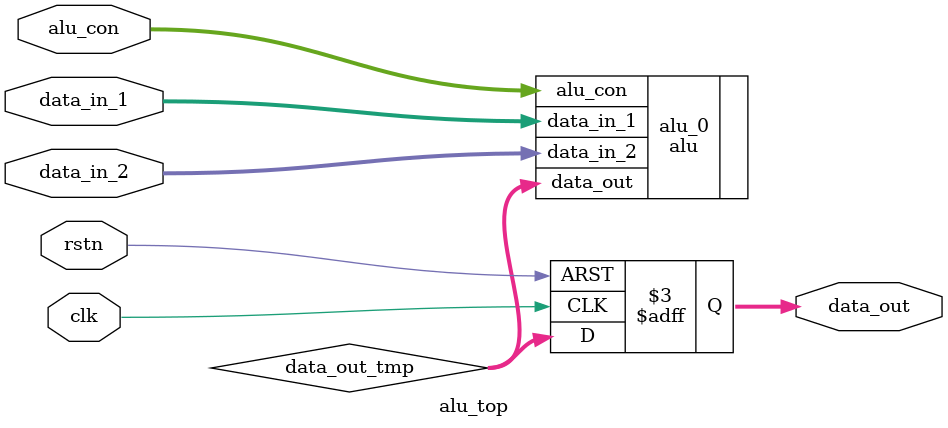
<source format=v>

`timescale 1 ns / 100 ps

`include "alu.v"

module alu_top
    #(
        parameter WORD_SIZE    = 8
       ,parameter ALU_CON_SIZE = 4
    )
        (
            input                                 clk
           ,input                                 rstn
           ,input             [ALU_CON_SIZE-1:0]  alu_con
           ,input      signed [WORD_SIZE-1   :0]  data_in_1
           ,input      signed [WORD_SIZE-1   :0]  data_in_2
           
           ,output reg signed [WORD_SIZE-1   :0]  data_out
        );
    
    
            wire              [WORD_SIZE-1   :0] data_out_tmp;
    
    alu
        #(
            .WORD_SIZE    (WORD_SIZE   ),
            .ALU_CON_SIZE (ALU_CON_SIZE)
            ) alu_0 (
                .alu_con  (alu_con     ),
                .data_in_1(data_in_1   ),
                .data_in_2(data_in_2   ),
                .data_out (data_out_tmp)
            );
    
    always @(posedge clk or negedge rstn) begin
        if (!rstn) begin
            data_out <= 0;
        end else begin
            data_out <= data_out_tmp;
        end
    end



endmodule

</source>
